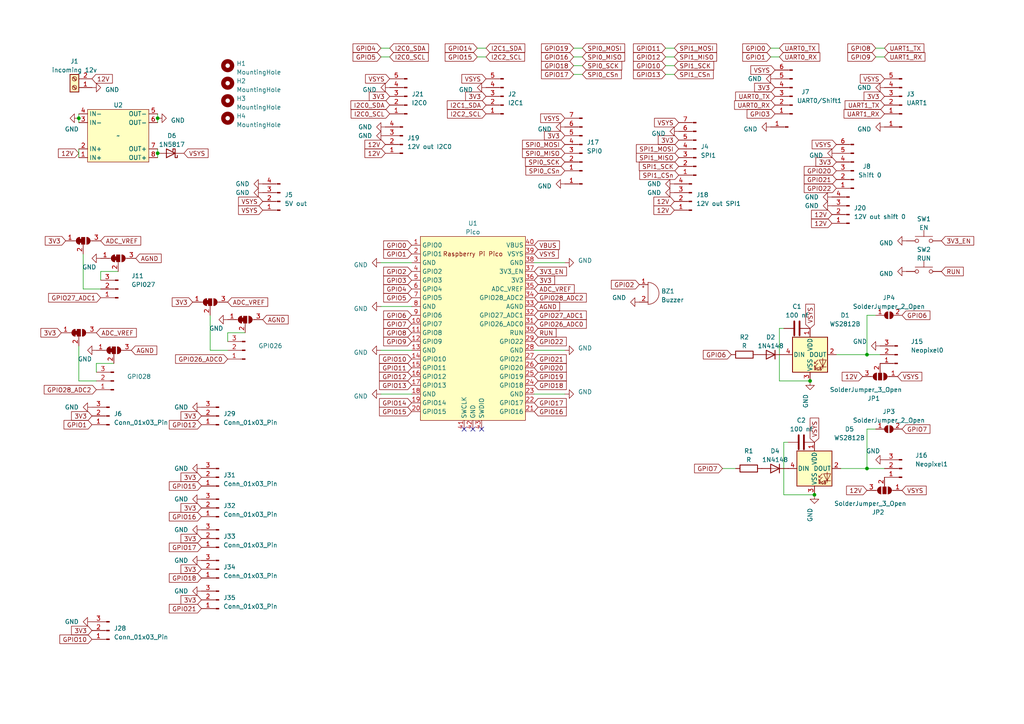
<source format=kicad_sch>
(kicad_sch (version 20230121) (generator eeschema)
  (paper "A4")
  (junction (at 236.22 143.51))
  (junction (at 234.95 110.49))
  (junction (at 251.46 102.87))
  (junction (at 45.72 34.29))
  (junction (at 251.46 135.89))
  (junction (at 22.86 34.29))
  (junction (at 45.72 44.45))
  (no_connect (at 139.7 124.46))
  (no_connect (at 134.62 124.46))
  (no_connect (at 137.16 124.46))
  (wire (pts (xy 66.04 96.52) (xy 71.12 96.52)))
  (wire (pts (xy 254 91.44) (xy 251.46 91.44)))
  (wire (pts (xy 45.72 33.02) (xy 45.72 34.29)))
  (wire (pts (xy 251.46 91.44) (xy 251.46 102.87)))
  (wire (pts (xy 110.49 76.2) (xy 119.38 76.2)))
  (wire (pts (xy 66.04 101.6) (xy 60.96 101.6)))
  (wire (pts (xy 29.21 83.82) (xy 24.13 83.82)))
  (wire (pts (xy 27.94 105.41) (xy 33.02 105.41)))
  (wire (pts (xy 251.46 135.89) (xy 256.54 135.89)))
  (wire (pts (xy 110.49 16.51) (xy 113.03 16.51)))
  (wire (pts (xy 193.04 21.59) (xy 195.58 21.59)))
  (wire (pts (xy 110.49 101.6) (xy 119.38 101.6)))
  (wire (pts (xy 193.04 19.05) (xy 195.58 19.05)))
  (wire (pts (xy 166.37 13.97) (xy 168.91 13.97)))
  (wire (pts (xy 22.86 43.18) (xy 22.86 45.72)))
  (wire (pts (xy 254 124.46) (xy 251.46 124.46)))
  (wire (pts (xy 227.33 128.27) (xy 227.33 143.51)))
  (wire (pts (xy 227.33 95.25) (xy 226.06 95.25)))
  (wire (pts (xy 24.13 83.82) (xy 24.13 73.66)))
  (wire (pts (xy 22.86 34.29) (xy 22.86 35.56)))
  (wire (pts (xy 166.37 16.51) (xy 168.91 16.51)))
  (wire (pts (xy 226.06 95.25) (xy 226.06 110.49)))
  (wire (pts (xy 223.52 16.51) (xy 226.06 16.51)))
  (wire (pts (xy 66.04 99.06) (xy 66.04 96.52)))
  (wire (pts (xy 110.49 13.97) (xy 113.03 13.97)))
  (wire (pts (xy 223.52 13.97) (xy 226.06 13.97)))
  (wire (pts (xy 45.72 43.18) (xy 45.72 44.45)))
  (wire (pts (xy 251.46 124.46) (xy 251.46 135.89)))
  (wire (pts (xy 163.83 76.2) (xy 154.94 76.2)))
  (wire (pts (xy 29.21 78.74) (xy 34.29 78.74)))
  (wire (pts (xy 60.96 101.6) (xy 60.96 91.44)))
  (wire (pts (xy 166.37 21.59) (xy 168.91 21.59)))
  (wire (pts (xy 254 13.97) (xy 256.54 13.97)))
  (wire (pts (xy 243.84 135.89) (xy 251.46 135.89)))
  (wire (pts (xy 110.49 88.9) (xy 119.38 88.9)))
  (wire (pts (xy 27.94 107.95) (xy 27.94 105.41)))
  (wire (pts (xy 22.86 33.02) (xy 22.86 34.29)))
  (wire (pts (xy 154.94 101.6) (xy 163.83 101.6)))
  (wire (pts (xy 22.86 110.49) (xy 22.86 100.33)))
  (wire (pts (xy 138.43 16.51) (xy 140.97 16.51)))
  (wire (pts (xy 27.94 110.49) (xy 22.86 110.49)))
  (wire (pts (xy 226.06 110.49) (xy 234.95 110.49)))
  (wire (pts (xy 227.33 143.51) (xy 236.22 143.51)))
  (wire (pts (xy 45.72 44.45) (xy 45.72 45.72)))
  (wire (pts (xy 163.83 114.3) (xy 154.94 114.3)))
  (wire (pts (xy 29.21 81.28) (xy 29.21 78.74)))
  (wire (pts (xy 193.04 13.97) (xy 195.58 13.97)))
  (wire (pts (xy 254 16.51) (xy 256.54 16.51)))
  (wire (pts (xy 228.6 128.27) (xy 227.33 128.27)))
  (wire (pts (xy 209.55 135.89) (xy 213.36 135.89)))
  (wire (pts (xy 138.43 13.97) (xy 140.97 13.97)))
  (wire (pts (xy 193.04 16.51) (xy 195.58 16.51)))
  (wire (pts (xy 242.57 102.87) (xy 251.46 102.87)))
  (wire (pts (xy 45.72 34.29) (xy 45.72 35.56)))
  (wire (pts (xy 110.49 114.3) (xy 119.38 114.3)))
  (wire (pts (xy 166.37 19.05) (xy 168.91 19.05)))
  (wire (pts (xy 251.46 102.87) (xy 255.27 102.87)))
  (global_label "ADC_VREF" (shape input) (at 66.04 87.63 0) (property "Intersheetrefs" "${INTERSHEET_REFS}" (effects hide)))
  (global_label "GPIO6" (shape input) (at 212.09 102.87 180) (property "Intersheetrefs" "${INTERSHEET_REFS}" (effects hide)))
  (global_label "GPIO27_ADC1" (shape input) (at 154.94 91.44 0) (property "Intersheetrefs" "${INTERSHEET_REFS}" (effects hide)))
  (global_label "GPIO0" (shape input) (at 223.52 13.97 180) (property "Intersheetrefs" "${INTERSHEET_REFS}" (effects hide)))
  (global_label "GPIO20" (shape input) (at 242.57 49.53 180) (property "Intersheetrefs" "${INTERSHEET_REFS}" (effects hide)))
  (global_label "GPIO8" (shape input) (at 119.38 96.52 180) (property "Intersheetrefs" "${INTERSHEET_REFS}" (effects hide)))
  (global_label "GPIO18" (shape input) (at 154.94 111.76 0) (property "Intersheetrefs" "${INTERSHEET_REFS}" (effects hide)))
  (global_label "3V3" (shape input) (at 196.85 40.64 180) (property "Intersheetrefs" "${INTERSHEET_REFS}" (effects hide)))
  (global_label "12V" (shape input) (at 241.3 62.23 180) (property "Intersheetrefs" "${INTERSHEET_REFS}" (effects hide)))
  (global_label "UART0_RX" (shape input) (at 224.79 30.48 180) (property "Intersheetrefs" "${INTERSHEET_REFS}" (effects hide)))
  (global_label "GPIO10" (shape input) (at 193.04 19.05 180) (property "Intersheetrefs" "${INTERSHEET_REFS}" (effects hide)))
  (global_label "SPI0_SCK" (shape input) (at 163.83 46.99 180) (property "Intersheetrefs" "${INTERSHEET_REFS}" (effects hide)))
  (global_label "VBUS" (shape input) (at 154.94 71.12 0) (property "Intersheetrefs" "${INTERSHEET_REFS}" (effects hide)))
  (global_label "VSYS" (shape input) (at 256.54 22.86 180) (property "Intersheetrefs" "${INTERSHEET_REFS}" (effects hide)))
  (global_label "GPIO8" (shape input) (at 254 13.97 180) (property "Intersheetrefs" "${INTERSHEET_REFS}" (effects hide)))
  (global_label "SPI0_MISO" (shape input) (at 168.91 16.51 0) (property "Intersheetrefs" "${INTERSHEET_REFS}" (effects hide)))
  (global_label "GPIO16" (shape input) (at 154.94 119.38 0) (property "Intersheetrefs" "${INTERSHEET_REFS}" (effects hide)))
  (global_label "VSYS" (shape input) (at 196.85 35.56 180) (property "Intersheetrefs" "${INTERSHEET_REFS}" (effects hide)))
  (global_label "3V3" (shape input) (at 26.67 182.88 180) (property "Intersheetrefs" "${INTERSHEET_REFS}" (effects hide)))
  (global_label "GPIO7" (shape input) (at 119.38 93.98 180) (property "Intersheetrefs" "${INTERSHEET_REFS}" (effects hide)))
  (global_label "I2C2_SCL" (shape input) (at 140.97 16.51 0) (property "Intersheetrefs" "${INTERSHEET_REFS}" (effects hide)))
  (global_label "VSYS" (shape input) (at 242.57 41.91 180) (property "Intersheetrefs" "${INTERSHEET_REFS}" (effects hide)))
  (global_label "UART0_RX" (shape input) (at 226.06 16.51 0) (property "Intersheetrefs" "${INTERSHEET_REFS}" (effects hide)))
  (global_label "ADC_VREF" (shape input) (at 27.94 96.52 0) (property "Intersheetrefs" "${INTERSHEET_REFS}" (effects hide)))
  (global_label "3V3" (shape input) (at 58.42 156.21 180) (property "Intersheetrefs" "${INTERSHEET_REFS}" (effects hide)))
  (global_label "SPI1_CSn" (shape input) (at 196.85 50.8 180) (property "Intersheetrefs" "${INTERSHEET_REFS}" (effects hide)))
  (global_label "GPIO9" (shape input) (at 119.38 99.06 180) (property "Intersheetrefs" "${INTERSHEET_REFS}" (effects hide)))
  (global_label "3V3" (shape input) (at 140.97 27.94 180) (property "Intersheetrefs" "${INTERSHEET_REFS}" (effects hide)))
  (global_label "AGND" (shape input) (at 76.2 92.71 0) (property "Intersheetrefs" "${INTERSHEET_REFS}" (effects hide)))
  (global_label "GPIO6" (shape input) (at 119.38 91.44 180) (property "Intersheetrefs" "${INTERSHEET_REFS}" (effects hide)))
  (global_label "VSYS" (shape input) (at 163.83 34.29 180) (property "Intersheetrefs" "${INTERSHEET_REFS}" (effects hide)))
  (global_label "3V3" (shape input) (at 256.54 27.94 180) (property "Intersheetrefs" "${INTERSHEET_REFS}" (effects hide)))
  (global_label "VSYS" (shape input) (at 260.35 109.22 0) (property "Intersheetrefs" "${INTERSHEET_REFS}" (effects hide)))
  (global_label "GPIO4" (shape input) (at 119.38 83.82 180) (property "Intersheetrefs" "${INTERSHEET_REFS}" (effects hide)))
  (global_label "SPI1_MOSI" (shape input) (at 195.58 13.97 0) (property "Intersheetrefs" "${INTERSHEET_REFS}" (effects hide)))
  (global_label "GPIO22" (shape input) (at 242.57 54.61 180) (property "Intersheetrefs" "${INTERSHEET_REFS}" (effects hide)))
  (global_label "VSYS" (shape input) (at 236.22 128.27 90) (property "Intersheetrefs" "${INTERSHEET_REFS}" (effects hide)))
  (global_label "GPIO18" (shape input) (at 58.42 167.64 180) (property "Intersheetrefs" "${INTERSHEET_REFS}" (effects hide)))
  (global_label "3V3" (shape input) (at 58.42 147.32 180) (property "Intersheetrefs" "${INTERSHEET_REFS}" (effects hide)))
  (global_label "GPIO26_ADC0" (shape input) (at 66.04 104.14 180) (property "Intersheetrefs" "${INTERSHEET_REFS}" (effects hide)))
  (global_label "12V" (shape input) (at 22.86 44.45 180) (property "Intersheetrefs" "${INTERSHEET_REFS}" (effects hide)))
  (global_label "GPIO17" (shape input) (at 166.37 21.59 180) (property "Intersheetrefs" "${INTERSHEET_REFS}" (effects hide)))
  (global_label "3V3" (shape input) (at 224.79 25.4 180) (property "Intersheetrefs" "${INTERSHEET_REFS}" (effects hide)))
  (global_label "12V" (shape input) (at 195.58 60.96 180) (property "Intersheetrefs" "${INTERSHEET_REFS}" (effects hide)))
  (global_label "3V3_EN" (shape input) (at 154.94 78.74 0) (property "Intersheetrefs" "${INTERSHEET_REFS}" (effects hide)))
  (global_label "GPIO15" (shape input) (at 138.43 16.51 180) (property "Intersheetrefs" "${INTERSHEET_REFS}" (effects hide)))
  (global_label "12V" (shape input) (at 26.67 22.86 0) (property "Intersheetrefs" "${INTERSHEET_REFS}" (effects hide)))
  (global_label "GPIO16" (shape input) (at 58.42 149.86 180) (property "Intersheetrefs" "${INTERSHEET_REFS}" (effects hide)))
  (global_label "VSYS" (shape input) (at 261.62 142.24 0) (property "Intersheetrefs" "${INTERSHEET_REFS}" (effects hide)))
  (global_label "GPIO2" (shape input) (at 119.38 78.74 180) (property "Intersheetrefs" "${INTERSHEET_REFS}" (effects hide)))
  (global_label "GPIO14" (shape input) (at 138.43 13.97 180) (property "Intersheetrefs" "${INTERSHEET_REFS}" (effects hide)))
  (global_label "3V3" (shape input) (at 163.83 39.37 180) (property "Intersheetrefs" "${INTERSHEET_REFS}" (effects hide)))
  (global_label "12V" (shape input) (at 111.76 44.45 180) (property "Intersheetrefs" "${INTERSHEET_REFS}" (effects hide)))
  (global_label "VSYS" (shape input) (at 76.2 58.42 180) (property "Intersheetrefs" "${INTERSHEET_REFS}" (effects hide)))
  (global_label "3V3" (shape input) (at 26.67 120.65 180) (property "Intersheetrefs" "${INTERSHEET_REFS}" (effects hide)))
  (global_label "GPIO21" (shape input) (at 58.42 176.53 180) (property "Intersheetrefs" "${INTERSHEET_REFS}" (effects hide)))
  (global_label "12V" (shape input) (at 111.76 41.91 180) (property "Intersheetrefs" "${INTERSHEET_REFS}" (effects hide)))
  (global_label "I2C0_SDA" (shape input) (at 113.03 13.97 0) (property "Intersheetrefs" "${INTERSHEET_REFS}" (effects hide)))
  (global_label "GPIO26_ADC0" (shape input) (at 154.94 93.98 0) (property "Intersheetrefs" "${INTERSHEET_REFS}" (effects hide)))
  (global_label "GPIO18" (shape input) (at 166.37 19.05 180) (property "Intersheetrefs" "${INTERSHEET_REFS}" (effects hide)))
  (global_label "RUN" (shape input) (at 154.94 96.52 0) (property "Intersheetrefs" "${INTERSHEET_REFS}" (effects hide)))
  (global_label "GPIO1" (shape input) (at 223.52 16.51 180) (property "Intersheetrefs" "${INTERSHEET_REFS}" (effects hide)))
  (global_label "3V3" (shape input) (at 58.42 165.1 180) (property "Intersheetrefs" "${INTERSHEET_REFS}" (effects hide)))
  (global_label "UART1_TX" (shape input) (at 256.54 30.48 180) (property "Intersheetrefs" "${INTERSHEET_REFS}" (effects hide)))
  (global_label "VSYS" (shape input) (at 234.95 95.25 90) (property "Intersheetrefs" "${INTERSHEET_REFS}" (effects hide)))
  (global_label "GPIO15" (shape input) (at 119.38 119.38 180) (property "Intersheetrefs" "${INTERSHEET_REFS}" (effects hide)))
  (global_label "SPI0_SCK" (shape input) (at 168.91 19.05 0) (property "Intersheetrefs" "${INTERSHEET_REFS}" (effects hide)))
  (global_label "GPIO10" (shape input) (at 119.38 104.14 180) (property "Intersheetrefs" "${INTERSHEET_REFS}" (effects hide)))
  (global_label "GPIO13" (shape input) (at 193.04 21.59 180) (property "Intersheetrefs" "${INTERSHEET_REFS}" (effects hide)))
  (global_label "GPIO6" (shape input) (at 261.62 91.44 0) (property "Intersheetrefs" "${INTERSHEET_REFS}" (effects hide)))
  (global_label "GPIO10" (shape input) (at 26.67 185.42 180) (property "Intersheetrefs" "${INTERSHEET_REFS}" (effects hide)))
  (global_label "GPIO19" (shape input) (at 154.94 109.22 0) (property "Intersheetrefs" "${INTERSHEET_REFS}" (effects hide)))
  (global_label "12V" (shape input) (at 195.58 58.42 180) (property "Intersheetrefs" "${INTERSHEET_REFS}" (effects hide)))
  (global_label "3V3_EN" (shape input) (at 273.05 69.85 0) (property "Intersheetrefs" "${INTERSHEET_REFS}" (effects hide)))
  (global_label "GPIO19" (shape input) (at 166.37 13.97 180) (property "Intersheetrefs" "${INTERSHEET_REFS}" (effects hide)))
  (global_label "RUN" (shape input) (at 273.05 78.74 0) (property "Intersheetrefs" "${INTERSHEET_REFS}" (effects hide)))
  (global_label "SPI1_CSn" (shape input) (at 195.58 21.59 0) (property "Intersheetrefs" "${INTERSHEET_REFS}" (effects hide)))
  (global_label "GPIO17" (shape input) (at 58.42 158.75 180) (property "Intersheetrefs" "${INTERSHEET_REFS}" (effects hide)))
  (global_label "3V3" (shape input) (at 58.42 138.43 180) (property "Intersheetrefs" "${INTERSHEET_REFS}" (effects hide)))
  (global_label "GPIO21" (shape input) (at 242.57 52.07 180) (property "Intersheetrefs" "${INTERSHEET_REFS}" (effects hide)))
  (global_label "ADC_VREF" (shape input) (at 154.94 83.82 0) (property "Intersheetrefs" "${INTERSHEET_REFS}" (effects hide)))
  (global_label "12V" (shape input) (at 251.46 142.24 180) (property "Intersheetrefs" "${INTERSHEET_REFS}" (effects hide)))
  (global_label "3V3" (shape input) (at 242.57 46.99 180) (property "Intersheetrefs" "${INTERSHEET_REFS}" (effects hide)))
  (global_label "GPIO12" (shape input) (at 193.04 16.51 180) (property "Intersheetrefs" "${INTERSHEET_REFS}" (effects hide)))
  (global_label "GPIO12" (shape input) (at 58.42 123.19 180) (property "Intersheetrefs" "${INTERSHEET_REFS}" (effects hide)))
  (global_label "GPIO1" (shape input) (at 26.67 123.19 180) (property "Intersheetrefs" "${INTERSHEET_REFS}" (effects hide)))
  (global_label "I2C1_SDA" (shape input) (at 140.97 30.48 180) (property "Intersheetrefs" "${INTERSHEET_REFS}" (effects hide)))
  (global_label "SPI0_MOSI" (shape input) (at 168.91 13.97 0) (property "Intersheetrefs" "${INTERSHEET_REFS}" (effects hide)))
  (global_label "3V3" (shape input) (at 154.94 81.28 0) (property "Intersheetrefs" "${INTERSHEET_REFS}" (effects hide)))
  (global_label "GPIO7" (shape input) (at 209.55 135.89 180) (property "Intersheetrefs" "${INTERSHEET_REFS}" (effects hide)))
  (global_label "I2C2_SCL" (shape input) (at 140.97 33.02 180) (property "Intersheetrefs" "${INTERSHEET_REFS}" (effects hide)))
  (global_label "3V3" (shape input) (at 55.88 87.63 180) (property "Intersheetrefs" "${INTERSHEET_REFS}" (effects hide)))
  (global_label "GPIO9" (shape input) (at 254 16.51 180) (property "Intersheetrefs" "${INTERSHEET_REFS}" (effects hide)))
  (global_label "UART1_RX" (shape input) (at 256.54 16.51 0) (property "Intersheetrefs" "${INTERSHEET_REFS}" (effects hide)))
  (global_label "VSYS" (shape input) (at 154.94 73.66 0) (property "Intersheetrefs" "${INTERSHEET_REFS}" (effects hide)))
  (global_label "GPIO0" (shape input) (at 119.38 71.12 180) (property "Intersheetrefs" "${INTERSHEET_REFS}" (effects hide)))
  (global_label "GPIO17" (shape input) (at 154.94 116.84 0) (property "Intersheetrefs" "${INTERSHEET_REFS}" (effects hide)))
  (global_label "SPI0_MOSI" (shape input) (at 163.83 41.91 180) (property "Intersheetrefs" "${INTERSHEET_REFS}" (effects hide)))
  (global_label "3V3" (shape input) (at 113.03 27.94 180) (property "Intersheetrefs" "${INTERSHEET_REFS}" (effects hide)))
  (global_label "GPIO5" (shape input) (at 110.49 16.51 180) (property "Intersheetrefs" "${INTERSHEET_REFS}" (effects hide)))
  (global_label "3V3" (shape input) (at 17.78 96.52 180) (property "Intersheetrefs" "${INTERSHEET_REFS}" (effects hide)))
  (global_label "I2C0_SCL" (shape input) (at 113.03 33.02 180) (property "Intersheetrefs" "${INTERSHEET_REFS}" (effects hide)))
  (global_label "VSYS" (shape input) (at 53.34 44.45 0) (property "Intersheetrefs" "${INTERSHEET_REFS}" (effects hide)))
  (global_label "GPIO21" (shape input) (at 154.94 104.14 0) (property "Intersheetrefs" "${INTERSHEET_REFS}" (effects hide)))
  (global_label "GPIO2" (shape input) (at 185.42 82.55 180) (property "Intersheetrefs" "${INTERSHEET_REFS}" (effects hide)))
  (global_label "GPIO3" (shape input) (at 119.38 81.28 180) (property "Intersheetrefs" "${INTERSHEET_REFS}" (effects hide)))
  (global_label "I2C0_SCL" (shape input) (at 113.03 16.51 0) (property "Intersheetrefs" "${INTERSHEET_REFS}" (effects hide)))
  (global_label "GPIO4" (shape input) (at 110.49 13.97 180) (property "Intersheetrefs" "${INTERSHEET_REFS}" (effects hide)))
  (global_label "UART0_TX" (shape input) (at 224.79 27.94 180) (property "Intersheetrefs" "${INTERSHEET_REFS}" (effects hide)))
  (global_label "UART1_TX" (shape input) (at 256.54 13.97 0) (property "Intersheetrefs" "${INTERSHEET_REFS}" (effects hide)))
  (global_label "GPIO20" (shape input) (at 154.94 106.68 0) (property "Intersheetrefs" "${INTERSHEET_REFS}" (effects hide)))
  (global_label "GPIO13" (shape input) (at 119.38 111.76 180) (property "Intersheetrefs" "${INTERSHEET_REFS}" (effects hide)))
  (global_label "GPIO7" (shape input) (at 261.62 124.46 0) (property "Intersheetrefs" "${INTERSHEET_REFS}" (effects hide)))
  (global_label "SPI1_SCK" (shape input) (at 196.85 48.26 180) (property "Intersheetrefs" "${INTERSHEET_REFS}" (effects hide)))
  (global_label "GPIO3" (shape input) (at 224.79 33.02 180) (property "Intersheetrefs" "${INTERSHEET_REFS}" (effects hide)))
  (global_label "UART1_RX" (shape input) (at 256.54 33.02 180) (property "Intersheetrefs" "${INTERSHEET_REFS}" (effects hide)))
  (global_label "GPIO16" (shape input) (at 166.37 16.51 180) (property "Intersheetrefs" "${INTERSHEET_REFS}" (effects hide)))
  (global_label "AGND" (shape input) (at 39.37 74.93 0) (property "Intersheetrefs" "${INTERSHEET_REFS}" (effects hide)))
  (global_label "UART0_TX" (shape input) (at 226.06 13.97 0) (property "Intersheetrefs" "${INTERSHEET_REFS}" (effects hide)))
  (global_label "SPI0_MISO" (shape input) (at 163.83 44.45 180) (property "Intersheetrefs" "${INTERSHEET_REFS}" (effects hide)))
  (global_label "AGND" (shape input) (at 154.94 88.9 0) (property "Intersheetrefs" "${INTERSHEET_REFS}" (effects hide)))
  (global_label "GPIO12" (shape input) (at 119.38 109.22 180) (property "Intersheetrefs" "${INTERSHEET_REFS}" (effects hide)))
  (global_label "GPIO27_ADC1" (shape input) (at 29.21 86.36 180) (property "Intersheetrefs" "${INTERSHEET_REFS}" (effects hide)))
  (global_label "GPIO28_ADC2" (shape input) (at 27.94 113.03 180) (property "Intersheetrefs" "${INTERSHEET_REFS}" (effects hide)))
  (global_label "12V" (shape input) (at 250.19 109.22 180) (property "Intersheetrefs" "${INTERSHEET_REFS}" (effects hide)))
  (global_label "I2C1_SDA" (shape input) (at 140.97 13.97 0) (property "Intersheetrefs" "${INTERSHEET_REFS}" (effects hide)))
  (global_label "GPIO22" (shape input) (at 154.94 99.06 0) (property "Intersheetrefs" "${INTERSHEET_REFS}" (effects hide)))
  (global_label "3V3" (shape input) (at 58.42 173.99 180) (property "Intersheetrefs" "${INTERSHEET_REFS}" (effects hide)))
  (global_label "GPIO1" (shape input) (at 119.38 73.66 180) (property "Intersheetrefs" "${INTERSHEET_REFS}" (effects hide)))
  (global_label "SPI0_CSn" (shape input) (at 163.83 49.53 180) (property "Intersheetrefs" "${INTERSHEET_REFS}" (effects hide)))
  (global_label "GPIO5" (shape input) (at 119.38 86.36 180) (property "Intersheetrefs" "${INTERSHEET_REFS}" (effects hide)))
  (global_label "GPIO15" (shape input) (at 58.42 140.97 180) (property "Intersheetrefs" "${INTERSHEET_REFS}" (effects hide)))
  (global_label "AGND" (shape input) (at 38.1 101.6 0) (property "Intersheetrefs" "${INTERSHEET_REFS}" (effects hide)))
  (global_label "3V3" (shape input) (at 19.05 69.85 180) (property "Intersheetrefs" "${INTERSHEET_REFS}" (effects hide)))
  (global_label "SPI1_SCK" (shape input) (at 195.58 19.05 0) (property "Intersheetrefs" "${INTERSHEET_REFS}" (effects hide)))
  (global_label "VSYS" (shape input) (at 224.79 20.32 180) (property "Intersheetrefs" "${INTERSHEET_REFS}" (effects hide)))
  (global_label "GPIO11" (shape input) (at 193.04 13.97 180) (property "Intersheetrefs" "${INTERSHEET_REFS}" (effects hide)))
  (global_label "3V3" (shape input) (at 58.42 120.65 180) (property "Intersheetrefs" "${INTERSHEET_REFS}" (effects hide)))
  (global_label "VSYS" (shape input) (at 113.03 22.86 180) (property "Intersheetrefs" "${INTERSHEET_REFS}" (effects hide)))
  (global_label "12V" (shape input) (at 241.3 64.77 180) (property "Intersheetrefs" "${INTERSHEET_REFS}" (effects hide)))
  (global_label "I2C0_SDA" (shape input) (at 113.03 30.48 180) (property "Intersheetrefs" "${INTERSHEET_REFS}" (effects hide)))
  (global_label "SPI1_MISO" (shape input) (at 195.58 16.51 0) (property "Intersheetrefs" "${INTERSHEET_REFS}" (effects hide)))
  (global_label "GPIO28_ADC2" (shape input) (at 154.94 86.36 0) (property "Intersheetrefs" "${INTERSHEET_REFS}" (effects hide)))
  (global_label "SPI1_MISO" (shape input) (at 196.85 45.72 180) (property "Intersheetrefs" "${INTERSHEET_REFS}" (effects hide)))
  (global_label "GPIO14" (shape input) (at 119.38 116.84 180) (property "Intersheetrefs" "${INTERSHEET_REFS}" (effects hide)))
  (global_label "SPI0_CSn" (shape input) (at 168.91 21.59 0) (property "Intersheetrefs" "${INTERSHEET_REFS}" (effects hide)))
  (global_label "VSYS" (shape input) (at 140.97 22.86 180) (property "Intersheetrefs" "${INTERSHEET_REFS}" (effects hide)))
  (global_label "SPI1_MOSI" (shape input) (at 196.85 43.18 180) (property "Intersheetrefs" "${INTERSHEET_REFS}" (effects hide)))
  (global_label "ADC_VREF" (shape input) (at 29.21 69.85 0) (property "Intersheetrefs" "${INTERSHEET_REFS}" (effects hide)))
  (global_label "GPIO11" (shape input) (at 119.38 106.68 180) (property "Intersheetrefs" "${INTERSHEET_REFS}" (effects hide)))
  (global_label "VSYS" (shape input) (at 76.2 60.96 180) (property "Intersheetrefs" "${INTERSHEET_REFS}" (effects hide)))
  (symbol (lib_id "Connector:Conn_01x03_Pin") (at 63.5 120.65 180) (unit 1)
    (property "Reference" "J29" (at 64.77 120.015 0) (effects (justify right)))
    (property "Value" "Conn_01x03_Pin" (at 64.77 122.555 0) (effects (justify right)))
    (property "Footprint" "Connector_Molex:Molex_KK-254_AE-6410-03A_1x03_P2.54mm_Vertical" (effects hide))
  )
  (symbol (lib_id "power:GND") (at 256.54 133.35 270) (unit 1)
    (property "Reference" "#PWR026" (effects hide))
    (property "Value" "GND" (at 255.27 130.81 90) (effects (justify right)))
  )
  (symbol (lib_id "Connector:Conn_01x05_Pin") (at 146.05 27.94 180) (unit 1)
    (property "Reference" "J2" (at 147.32 27.305 0) (effects (justify right)))
    (property "Value" "I2C1" (at 147.32 29.845 0) (effects (justify right)))
    (property "Footprint" "Connector_Molex:Molex_KK-254_AE-6410-05A_1x05_P2.54mm_Vertical" (effects hide))
  )
  (symbol (lib_id "power:GND") (at 224.79 22.86 270) (unit 1)
    (property "Reference" "#PWR028" (effects hide))
    (property "Value" "GND" (at 220.98 22.86 90) (effects (justify right)))
  )
  (symbol (lib_id "Connector:Conn_01x04_Pin") (at 246.38 62.23 180) (unit 1)
    (property "Reference" "J20" (at 247.65 60.325 0) (effects (justify right)))
    (property "Value" "12V out shift 0" (at 247.65 62.865 0) (effects (justify right)))
    (property "Footprint" "Connector_Molex:Molex_KK-254_AE-6410-04A_1x04_P2.54mm_Vertical" (effects hide))
  )
  (symbol (lib_id "power:GND") (at 58.42 118.11 270) (unit 1)
    (property "Reference" "#PWR044" (effects hide))
    (property "Value" "GND" (at 54.61 118.11 90) (effects (justify right)))
  )
  (symbol (lib_id "power:GND") (at 22.86 34.29 270) (unit 1)
    (property "Reference" "#PWR011" (effects hide))
    (property "Value" "GND" (at 22.86 37.465 90) (effects (justify right)))
  )
  (symbol (lib_id "Connector:Conn_01x05_Pin") (at 261.62 27.94 180) (unit 1)
    (property "Reference" "J3" (at 262.89 27.305 0) (effects (justify right)))
    (property "Value" "UART1" (at 262.89 29.845 0) (effects (justify right)))
    (property "Footprint" "Connector_Molex:Molex_KK-254_AE-6410-05A_1x05_P2.54mm_Vertical" (effects hide))
  )
  (symbol (lib_id "power:GND") (at 241.3 59.69 270) (unit 1)
    (property "Reference" "#PWR017" (effects hide))
    (property "Value" "GND" (at 237.49 59.69 90) (effects (justify right)))
  )
  (symbol (lib_id "power:GND") (at 111.76 36.83 270) (unit 1)
    (property "Reference" "#PWR032" (effects hide))
    (property "Value" "GND" (at 107.95 36.83 90) (effects (justify right)))
  )
  (symbol (lib_id "power:GND") (at 29.21 74.93 270) (unit 1)
    (property "Reference" "#PWR021" (effects hide))
    (property "Value" "GND" (at 27.94 77.47 90) (effects (justify right)))
  )
  (symbol (lib_id "Connector:Conn_01x05_Pin") (at 118.11 27.94 180) (unit 1)
    (property "Reference" "J21" (at 119.38 27.305 0) (effects (justify right)))
    (property "Value" "I2C0" (at 119.38 29.845 0) (effects (justify right)))
    (property "Footprint" "Connector_Molex:Molex_KK-254_AE-6410-05A_1x05_P2.54mm_Vertical" (effects hide))
  )
  (symbol (lib_id "Device:R") (at 215.9 102.87 90) (unit 1)
    (property "Reference" "R2" (at 215.9 97.79 90))
    (property "Value" "R" (at 215.9 100.33 90))
    (property "Footprint" "Resistor_THT:R_Axial_DIN0204_L3.6mm_D1.6mm_P7.62mm_Horizontal" (effects hide))
  )
  (symbol (lib_id "power:GND") (at 110.49 88.9 270) (unit 1)
    (property "Reference" "#PWR03" (effects hide))
    (property "Value" "GND" (at 106.68 89.535 90) (effects (justify right)))
  )
  (symbol (lib_id "power:GND") (at 163.83 101.6 90) (unit 1)
    (property "Reference" "#PWR06" (effects hide))
    (property "Value" "GND" (at 167.64 100.965 90) (effects (justify right)))
  )
  (symbol (lib_id "Device:Buzzer") (at 187.96 85.09 0) (unit 1)
    (property "Reference" "BZ1" (at 191.77 84.455 0) (effects (justify left)))
    (property "Value" "Buzzer" (at 191.77 86.995 0) (effects (justify left)))
    (property "Footprint" "Buzzer_Beeper:Buzzer_12x9.5RM7.6" (effects hide))
  )
  (symbol (lib_id "power:GND") (at 262.89 78.74 270) (unit 1)
    (property "Reference" "#PWR010" (effects hide))
    (property "Value" "GND" (at 259.08 79.375 90) (effects (justify right)))
  )
  (symbol (lib_id "power:GND") (at 196.85 38.1 270) (unit 1)
    (property "Reference" "#PWR016" (effects hide))
    (property "Value" "GND" (at 193.04 38.735 90) (effects (justify right)))
  )
  (symbol (lib_id "Jumper:SolderJumper_3_Bridged12") (at 34.29 74.93 0) (unit 1)
    (property "Reference" "JP5" (effects hide))
    (property "Value" "SolderJumper_3_Bridged12" (effects hide))
    (property "Footprint" "Jumper:SolderJumper-3_P1.3mm_Bridged12_RoundedPad1.0x1.5mm" (effects hide))
  )
  (symbol (lib_id "power:GND") (at 58.42 153.67 270) (unit 1)
    (property "Reference" "#PWR048" (effects hide))
    (property "Value" "GND" (at 54.61 153.67 90) (effects (justify right)))
  )
  (symbol (lib_id "Connector:Conn_01x04_Pin") (at 81.28 58.42 180) (unit 1)
    (property "Reference" "J5" (at 82.55 56.515 0) (effects (justify right)))
    (property "Value" "5V out" (at 82.55 59.055 0) (effects (justify right)))
    (property "Footprint" "Connector_Molex:Molex_KK-254_AE-6410-04A_1x04_P2.54mm_Vertical" (effects hide))
  )
  (symbol (lib_id "Connector:Conn_01x03_Pin") (at 63.5 173.99 180) (unit 1)
    (property "Reference" "J35" (at 64.77 173.355 0) (effects (justify right)))
    (property "Value" "Conn_01x03_Pin" (at 64.77 175.895 0) (effects (justify right)))
    (property "Footprint" "Connector_Molex:Molex_KK-254_AE-6410-03A_1x03_P2.54mm_Vertical" (effects hide))
  )
  (symbol (lib_id "power:GND") (at 27.94 101.6 270) (unit 1)
    (property "Reference" "#PWR020" (effects hide))
    (property "Value" "GND" (at 26.67 104.14 90) (effects (justify right)))
  )
  (symbol (lib_id "power:GND") (at 76.2 53.34 270) (unit 1)
    (property "Reference" "#PWR015" (effects hide))
    (property "Value" "GND" (at 72.39 53.34 90) (effects (justify right)))
  )
  (symbol (lib_id "Jumper:SolderJumper_3_Open") (at 256.54 142.24 180) (unit 1)
    (property "Reference" "JP2" (at 256.54 148.59 0) (effects (justify left)))
    (property "Value" "SolderJumper_3_Open" (at 262.89 146.05 0) (effects (justify left)))
    (property "Footprint" "Custom:3 pads" (effects hide))
  )
  (symbol (lib_id "power:GND") (at 26.67 180.34 270) (unit 1)
    (property "Reference" "#PWR043" (effects hide))
    (property "Value" "GND" (at 22.86 180.34 90) (effects (justify right)))
  )
  (symbol (lib_id "power:GND") (at 45.72 34.29 90) (unit 1)
    (property "Reference" "#PWR01" (effects hide))
    (property "Value" "GND" (at 49.53 34.925 90) (effects (justify right)))
  )
  (symbol (lib_id "Diode:1N4148") (at 224.79 135.89 180) (unit 1)
    (property "Reference" "D4" (at 224.79 130.81 0))
    (property "Value" "1N4148" (at 224.79 133.35 0))
    (property "Footprint" "Diode_THT:D_DO-35_SOD27_P7.62mm_Horizontal" (effects hide))
    (property "Datasheet" "https://assets.nexperia.com/documents/data-sheet/1N4148_1N4448.pdf" (effects hide))
    (property "Sim.Device" "D" (effects hide))
    (property "Sim.Pins" "1=K 2=A" (effects hide))
  )
  (symbol (lib_id "Mechanical:MountingHole") (at 66.04 19.05 0) (unit 1)
    (property "Reference" "H1" (at 68.58 18.415 0) (effects (justify left)))
    (property "Value" "MountingHole" (at 68.58 20.955 0) (effects (justify left)))
    (property "Footprint" "MountingHole:MountingHole_3.2mm_M3" (effects hide))
  )
  (symbol (lib_id "power:GND") (at 66.04 92.71 270) (unit 1)
    (property "Reference" "#PWR022" (effects hide))
    (property "Value" "GND" (at 64.77 95.25 90) (effects (justify right)))
  )
  (symbol (lib_id "Connector:Conn_01x03_Pin") (at 31.75 120.65 180) (unit 1)
    (property "Reference" "J6" (at 33.02 120.015 0) (effects (justify right)))
    (property "Value" "Conn_01x03_Pin" (at 33.02 122.555 0) (effects (justify right)))
    (property "Footprint" "Connector_Molex:Molex_KK-254_AE-6410-03A_1x03_P2.54mm_Vertical" (effects hide))
  )
  (symbol (lib_id "Connector:Conn_01x03_Pin") (at 63.5 147.32 180) (unit 1)
    (property "Reference" "J32" (at 64.77 146.685 0) (effects (justify right)))
    (property "Value" "Conn_01x03_Pin" (at 64.77 149.225 0) (effects (justify right)))
    (property "Footprint" "Connector_Molex:Molex_KK-254_AE-6410-03A_1x03_P2.54mm_Vertical" (effects hide))
  )
  (symbol (lib_id "Jumper:SolderJumper_3_Bridged12") (at 33.02 101.6 0) (unit 1)
    (property "Reference" "JP8" (effects hide))
    (property "Value" "SolderJumper_3_Bridged12" (effects hide))
    (property "Footprint" "Jumper:SolderJumper-3_P1.3mm_Bridged12_RoundedPad1.0x1.5mm" (effects hide))
  )
  (symbol (lib_id "Connector:Conn_01x03_Pin") (at 261.62 135.89 180) (unit 1)
    (property "Reference" "J16" (at 265.43 132.08 0) (effects (justify right)))
    (property "Value" "Neopixel1" (at 265.43 134.62 0) (effects (justify right)))
    (property "Footprint" "Connector_Molex:Molex_KK-254_AE-6410-03A_1x03_P2.54mm_Vertical" (effects hide))
  )
  (symbol (lib_id "power:GND") (at 236.22 143.51 0) (unit 1)
    (property "Reference" "#PWR025" (effects hide))
    (property "Value" "GND" (at 234.95 147.32 90) (effects (justify right)))
  )
  (symbol (lib_id "power:GND") (at 113.03 25.4 270) (unit 1)
    (property "Reference" "#PWR013" (effects hide))
    (property "Value" "GND" (at 109.22 26.035 90) (effects (justify right)))
  )
  (symbol (lib_id "power:GND") (at 58.42 171.45 270) (unit 1)
    (property "Reference" "#PWR050" (effects hide))
    (property "Value" "GND" (at 54.61 171.45 90) (effects (justify right)))
  )
  (symbol (lib_id "power:GND") (at 255.27 100.33 270) (unit 1)
    (property "Reference" "#PWR023" (effects hide))
    (property "Value" "GND" (at 251.46 99.06 90) (effects (justify right)))
  )
  (symbol (lib_id "power:GND") (at 241.3 57.15 270) (unit 1)
    (property "Reference" "#PWR029" (effects hide))
    (property "Value" "GND" (at 237.49 57.15 90) (effects (justify right)))
  )
  (symbol (lib_id "Connector:Conn_01x06_Pin") (at 229.87 27.94 180) (unit 1)
    (property "Reference" "J7" (at 232.41 26.67 0) (effects (justify right)))
    (property "Value" "UART0/Shift1" (at 231.14 29.21 0) (effects (justify right)))
    (property "Footprint" "Connector_Molex:Molex_KK-254_AE-6410-06A_1x06_P2.54mm_Vertical" (effects hide))
  )
  (symbol (lib_id "power:GND") (at 242.57 44.45 270) (unit 1)
    (property "Reference" "#PWR019" (effects hide))
    (property "Value" "GND" (at 238.76 45.085 90) (effects (justify right)))
  )
  (symbol (lib_id "Connector:Conn_01x04_Pin") (at 116.84 41.91 180) (unit 1)
    (property "Reference" "J19" (at 118.11 40.005 0) (effects (justify right)))
    (property "Value" "12V out I2C0" (at 118.11 42.545 0) (effects (justify right)))
    (property "Footprint" "Connector_Molex:Molex_KK-254_AE-6410-04A_1x04_P2.54mm_Vertical" (effects hide))
  )
  (symbol (lib_id "power:GND") (at 76.2 55.88 270) (unit 1)
    (property "Reference" "#PWR035" (effects hide))
    (property "Value" "GND" (at 72.39 55.88 90) (effects (justify right)))
  )
  (symbol (lib_id "power:GND") (at 26.67 25.4 90) (unit 1)
    (property "Reference" "#PWR012" (effects hide))
    (property "Value" "GND" (at 30.48 26.035 90) (effects (justify right)))
  )
  (symbol (lib_id "power:GND") (at 58.42 135.89 270) (unit 1)
    (property "Reference" "#PWR046" (effects hide))
    (property "Value" "GND" (at 54.61 135.89 90) (effects (justify right)))
  )
  (symbol (lib_id "Connector:Conn_01x07_Pin") (at 201.93 43.18 180) (unit 1)
    (property "Reference" "J4" (at 203.2 42.545 0) (effects (justify right)))
    (property "Value" "SPI1" (at 203.2 45.085 0) (effects (justify right)))
    (property "Footprint" "Connector_Molex:Molex_KK-254_AE-6410-07A_1x07_P2.54mm_Vertical" (effects hide))
  )
  (symbol (lib_id "Connector:Conn_01x03_Pin") (at 63.5 165.1 180) (unit 1)
    (property "Reference" "J34" (at 64.77 164.465 0) (effects (justify right)))
    (property "Value" "Conn_01x03_Pin" (at 64.77 167.005 0) (effects (justify right)))
    (property "Footprint" "Connector_Molex:Molex_KK-254_AE-6410-03A_1x03_P2.54mm_Vertical" (effects hide))
  )
  (symbol (lib_id "Mechanical:MountingHole") (at 66.04 24.13 0) (unit 1)
    (property "Reference" "H2" (at 68.58 23.495 0) (effects (justify left)))
    (property "Value" "MountingHole" (at 68.58 26.035 0) (effects (justify left)))
    (property "Footprint" "MountingHole:MountingHole_3.2mm_M3" (effects hide))
  )
  (symbol (lib_id "Connector:Conn_01x01_Pin") (at 228.6 36.83 180) (unit 1)
    (property "Reference" "J10" (effects hide))
    (property "Value" "Conn_01x01_Pin" (effects hide))
    (property "Footprint" "Connector_PinHeader_2.54mm:PinHeader_1x01_P2.54mm_Vertical" (effects hide))
  )
  (symbol (lib_id "power:GND") (at 195.58 55.88 270) (unit 1)
    (property "Reference" "#PWR031" (effects hide))
    (property "Value" "GND" (at 191.77 55.88 90) (effects (justify right)))
  )
  (symbol (lib_id "Connector:Conn_01x06_Pin") (at 247.65 49.53 180) (unit 1)
    (property "Reference" "J8" (at 250.19 48.26 0) (effects (justify right)))
    (property "Value" "Shift 0" (at 248.92 50.8 0) (effects (justify right)))
    (property "Footprint" "Connector_Molex:Molex_KK-254_AE-6410-06A_1x06_P2.54mm_Vertical" (effects hide))
  )
  (symbol (lib_id "Connector:Conn_01x07_Pin") (at 168.91 41.91 180) (unit 1)
    (property "Reference" "J17" (at 170.18 41.275 0) (effects (justify right)))
    (property "Value" "SPI0" (at 170.18 43.815 0) (effects (justify right)))
    (property "Footprint" "Connector_Molex:Molex_KK-254_AE-6410-07A_1x07_P2.54mm_Vertical" (effects hide))
  )
  (symbol (lib_id "Connector:Conn_01x03_Pin") (at 33.02 110.49 180) (unit 1)
    (property "Reference" "J13" (effects hide))
    (property "Value" "GPI028" (at 36.83 109.22 0) (effects (justify right)))
    (property "Footprint" "Connector_Molex:Molex_KK-254_AE-6410-03A_1x03_P2.54mm_Vertical" (effects hide))
  )
  (symbol (lib_id "Jumper:SolderJumper_2_Open") (at 257.81 124.46 0) (unit 1)
    (property "Reference" "JP3" (at 257.81 119.38 0))
    (property "Value" "SolderJumper_2_Open" (at 257.81 121.92 0))
    (property "Footprint" "Jumper:SolderJumper-2_P1.3mm_Open_RoundedPad1.0x1.5mm" (effects hide))
  )
  (symbol (lib_id "power:GND") (at 140.97 25.4 270) (unit 1)
    (property "Reference" "#PWR014" (effects hide))
    (property "Value" "GND" (at 137.16 26.035 90) (effects (justify right)))
  )
  (symbol (lib_id "Device:C") (at 231.14 95.25 270) (unit 1)
    (property "Reference" "C1" (at 231.14 88.9 90))
    (property "Value" "100 nf" (at 231.14 91.44 90))
    (property "Footprint" "Capacitor_THT:C_Disc_D8.0mm_W2.5mm_P5.00mm" (effects hide))
  )
  (symbol (lib_id "Connector:Conn_01x03_Pin") (at 63.5 138.43 180) (unit 1)
    (property "Reference" "J31" (at 64.77 137.795 0) (effects (justify right)))
    (property "Value" "Conn_01x03_Pin" (at 64.77 140.335 0) (effects (justify right)))
    (property "Footprint" "Connector_Molex:Molex_KK-254_AE-6410-03A_1x03_P2.54mm_Vertical" (effects hide))
  )
  (symbol (lib_id "Jumper:SolderJumper_3_Open") (at 255.27 109.22 180) (unit 1)
    (property "Reference" "JP1" (at 255.27 115.57 0) (effects (justify left)))
    (property "Value" "SolderJumper_3_Open" (at 261.62 113.03 0) (effects (justify left)))
    (property "Footprint" "Custom:3 pads" (effects hide))
  )
  (symbol (lib_id "Connector:Conn_01x03_Pin") (at 34.29 83.82 180) (unit 1)
    (property "Reference" "J11" (at 38.1 80.01 0) (effects (justify right)))
    (property "Value" "GPI027" (at 38.1 82.55 0) (effects (justify right)))
    (property "Footprint" "Connector_Molex:Molex_KK-254_AE-6410-03A_1x03_P2.54mm_Vertical" (effects hide))
  )
  (symbol (lib_id "power:GND") (at 256.54 36.83 270) (unit 1)
    (property "Reference" "#PWR039" (effects hide))
    (property "Value" "GND" (at 252.73 37.465 90) (effects (justify right)))
  )
  (symbol (lib_id "Jumper:SolderJumper_3_Bridged12") (at 22.86 96.52 0) (unit 1)
    (property "Reference" "JP7" (effects hide))
    (property "Value" "SolderJumper_3_Bridged12" (effects hide))
    (property "Footprint" "Jumper:SolderJumper-3_P1.3mm_Bridged12_RoundedPad1.0x1.5mm" (effects hide))
  )
  (symbol (lib_id "power:GND") (at 163.83 76.2 90) (unit 1)
    (property "Reference" "#PWR08" (effects hide))
    (property "Value" "GND" (at 167.64 75.565 90) (effects (justify right)))
  )
  (symbol (lib_id "Diode:1N4148") (at 223.52 102.87 180) (unit 1)
    (property "Reference" "D2" (at 223.52 97.79 0))
    (property "Value" "1N4148" (at 223.52 100.33 0))
    (property "Footprint" "Diode_THT:D_DO-35_SOD27_P7.62mm_Horizontal" (effects hide))
    (property "Datasheet" "https://assets.nexperia.com/documents/data-sheet/1N4148_1N4448.pdf" (effects hide))
    (property "Sim.Device" "D" (effects hide))
    (property "Sim.Pins" "1=K 2=A" (effects hide))
  )
  (symbol (lib_id "power:GND") (at 26.67 118.11 270) (unit 1)
    (property "Reference" "#PWR036" (effects hide))
    (property "Value" "GND" (at 22.86 118.11 90) (effects (justify right)))
  )
  (symbol (lib_id "Connector:Conn_01x01_Pin") (at 168.91 53.34 180) (unit 1)
    (property "Reference" "J14" (effects hide))
    (property "Value" "Conn_01x01_Pin" (effects hide))
    (property "Footprint" "Connector_PinHeader_2.54mm:PinHeader_1x01_P2.54mm_Vertical" (effects hide))
  )
  (symbol (lib_id "Jumper:SolderJumper_2_Open") (at 257.81 91.44 0) (unit 1)
    (property "Reference" "JP4" (at 257.81 86.36 0))
    (property "Value" "SolderJumper_2_Open" (at 257.81 88.9 0))
    (property "Footprint" "Jumper:SolderJumper-2_P1.3mm_Open_RoundedPad1.0x1.5mm" (effects hide))
  )
  (symbol (lib_id "Connector:Conn_01x04_Pin") (at 200.66 58.42 180) (unit 1)
    (property "Reference" "J18" (at 201.93 56.515 0) (effects (justify right)))
    (property "Value" "12V out SPI1" (at 201.93 59.055 0) (effects (justify right)))
    (property "Footprint" "Connector_Molex:Molex_KK-254_AE-6410-04A_1x04_P2.54mm_Vertical" (effects hide))
  )
  (symbol (lib_id "Connector:Conn_01x03_Pin") (at 31.75 182.88 180) (unit 1)
    (property "Reference" "J28" (at 33.02 182.245 0) (effects (justify right)))
    (property "Value" "Conn_01x03_Pin" (at 33.02 184.785 0) (effects (justify right)))
    (property "Footprint" "Connector_Molex:Molex_KK-254_AE-6410-03A_1x03_P2.54mm_Vertical" (effects hide))
  )
  (symbol (lib_id "Jumper:SolderJumper_3_Bridged12") (at 71.12 92.71 0) (unit 1)
    (property "Reference" "JP10" (effects hide))
    (property "Value" "SolderJumper_3_Bridged12" (effects hide))
    (property "Footprint" "Jumper:SolderJumper-3_P1.3mm_Bridged12_RoundedPad1.0x1.5mm" (effects hide))
  )
  (symbol (lib_id "power:GND") (at 256.54 25.4 270) (unit 1)
    (property "Reference" "#PWR018" (effects hide))
    (property "Value" "GND" (at 252.73 25.4 90) (effects (justify right)))
  )
  (symbol (lib_id "Switch:SW_Push") (at 267.97 69.85 0) (unit 1)
    (property "Reference" "SW1" (at 267.97 63.5 0))
    (property "Value" "EN" (at 267.97 66.04 0))
    (property "Footprint" "Button_Switch_SMD:SW_SPST_B3U-1000P" (effects hide))
  )
  (symbol (lib_id "Mechanical:MountingHole") (at 66.04 34.29 0) (unit 1)
    (property "Reference" "H4" (at 68.58 33.655 0) (effects (justify left)))
    (property "Value" "MountingHole" (at 68.58 36.195 0) (effects (justify left)))
    (property "Footprint" "MountingHole:MountingHole_3.2mm_M3" (effects hide))
  )
  (symbol (lib_id "power:GND") (at 163.83 36.83 270) (unit 1)
    (property "Reference" "#PWR034" (effects hide))
    (property "Value" "GND" (at 160.02 37.465 90) (effects (justify right)))
  )
  (symbol (lib_id "power:GND") (at 110.49 76.2 270) (unit 1)
    (property "Reference" "#PWR02" (effects hide))
    (property "Value" "GND" (at 106.68 76.835 90) (effects (justify right)))
  )
  (symbol (lib_id "LED:WS2812B") (at 234.95 102.87 0) (unit 1)
    (property "Reference" "D1" (at 245.11 91.44 0))
    (property "Value" "WS2812B" (at 245.11 93.98 0))
    (property "Footprint" "LED_SMD:LED_WS2812B_PLCC4_5.0x5.0mm_P3.2mm" (effects hide))
    (property "Datasheet" "https://cdn-shop.adafruit.com/datasheets/WS2812B.pdf" (effects hide))
  )
  (symbol (lib_id "power:GND") (at 234.95 110.49 0) (unit 1)
    (property "Reference" "#PWR024" (effects hide))
    (property "Value" "GND" (at 233.68 114.3 90) (effects (justify right)))
  )
  (symbol (lib_id "LED:WS2812B") (at 236.22 135.89 0) (unit 1)
    (property "Reference" "D5" (at 246.38 124.46 0))
    (property "Value" "WS2812B" (at 246.38 127 0))
    (property "Footprint" "LED_SMD:LED_WS2812B_PLCC4_5.0x5.0mm_P3.2mm" (effects hide))
    (property "Datasheet" "https://cdn-shop.adafruit.com/datasheets/WS2812B.pdf" (effects hide))
  )
  (symbol (lib_id "Custom Symbol Library:Mini_MP1584EN") (at 34.29 39.37 0) (unit 1)
    (property "Reference" "U2" (at 34.29 30.48 0))
    (property "Value" "~" (at 34.29 39.37 0))
    (property "Footprint" "Custom:Mini MP1584EN" (effects hide))
  )
  (symbol (lib_id "Connector:Conn_01x03_Pin") (at 71.12 101.6 180) (unit 1)
    (property "Reference" "J9" (effects hide))
    (property "Value" "GPI026" (at 74.93 100.33 0) (effects (justify right)))
    (property "Footprint" "Connector_Molex:Molex_KK-254_AE-6410-03A_1x03_P2.54mm_Vertical" (effects hide))
  )
  (symbol (lib_id "Switch:SW_Push") (at 267.97 78.74 0) (unit 1)
    (property "Reference" "SW2" (at 267.97 72.39 0))
    (property "Value" "RUN" (at 267.97 74.93 0))
    (property "Footprint" "Button_Switch_SMD:SW_SPST_B3U-1000P" (effects hide))
  )
  (symbol (lib_id "Mechanical:MountingHole") (at 66.04 29.21 0) (unit 1)
    (property "Reference" "H3" (at 68.58 28.575 0) (effects (justify left)))
    (property "Value" "MountingHole" (at 68.58 31.115 0) (effects (justify left)))
    (property "Footprint" "MountingHole:MountingHole_3.2mm_M3" (effects hide))
  )
  (symbol (lib_id "power:GND") (at 262.89 69.85 270) (unit 1)
    (property "Reference" "#PWR09" (effects hide))
    (property "Value" "GND" (at 259.08 70.485 90) (effects (justify right)))
  )
  (symbol (lib_id "power:GND") (at 111.76 39.37 270) (unit 1)
    (property "Reference" "#PWR033" (effects hide))
    (property "Value" "GND" (at 107.95 39.37 90) (effects (justify right)))
  )
  (symbol (lib_id "power:GND") (at 110.49 101.6 270) (unit 1)
    (property "Reference" "#PWR04" (effects hide))
    (property "Value" "GND" (at 106.68 102.235 90) (effects (justify right)))
  )
  (symbol (lib_id "power:GND") (at 110.49 114.3 270) (unit 1)
    (property "Reference" "#PWR05" (effects hide))
    (property "Value" "GND" (at 106.68 114.935 90) (effects (justify right)))
  )
  (symbol (lib_id "Jumper:SolderJumper_3_Bridged12") (at 24.13 69.85 0) (unit 1)
    (property "Reference" "JP6" (effects hide))
    (property "Value" "SolderJumper_3_Bridged12" (effects hide))
    (property "Footprint" "Jumper:SolderJumper-3_P1.3mm_Bridged12_RoundedPad1.0x1.5mm" (effects hide))
  )
  (symbol (lib_id "Connector:Conn_01x01_Pin") (at 261.62 36.83 180) (unit 1)
    (property "Reference" "J12" (effects hide))
    (property "Value" "Conn_01x01_Pin" (effects hide))
    (property "Footprint" "Connector_PinHeader_2.54mm:PinHeader_1x01_P2.54mm_Vertical" (effects hide))
  )
  (symbol (lib_id "Connector:Conn_01x03_Pin") (at 260.35 102.87 180) (unit 1)
    (property "Reference" "J15" (at 264.16 99.06 0) (effects (justify right)))
    (property "Value" "Neopixel0" (at 264.16 101.6 0) (effects (justify right)))
    (property "Footprint" "Connector_Molex:Molex_KK-254_AE-6410-03A_1x03_P2.54mm_Vertical" (effects hide))
  )
  (symbol (lib_id "Device:C") (at 232.41 128.27 270) (unit 1)
    (property "Reference" "C2" (at 232.41 121.92 90))
    (property "Value" "100 nf" (at 232.41 124.46 90))
    (property "Footprint" "Capacitor_THT:C_Disc_D8.0mm_W2.5mm_P5.00mm" (effects hide))
  )
  (symbol (lib_id "Connector:Conn_01x03_Pin") (at 63.5 156.21 180) (unit 1)
    (property "Reference" "J33" (at 64.77 155.575 0) (effects (justify right)))
    (property "Value" "Conn_01x03_Pin" (at 64.77 158.115 0) (effects (justify right)))
    (property "Footprint" "Connector_Molex:Molex_KK-254_AE-6410-03A_1x03_P2.54mm_Vertical" (effects hide))
  )
  (symbol (lib_id "power:GND") (at 195.58 53.34 270) (unit 1)
    (property "Reference" "#PWR030" (effects hide))
    (property "Value" "GND" (at 191.77 53.34 90) (effects (justify right)))
  )
  (symbol (lib_id "Device:R") (at 217.17 135.89 90) (unit 1)
    (property "Reference" "R1" (at 217.17 130.81 90))
    (property "Value" "R" (at 217.17 133.35 90))
    (property "Footprint" "Resistor_THT:R_Axial_DIN0204_L3.6mm_D1.6mm_P7.62mm_Horizontal" (effects hide))
  )
  (symbol (lib_id "power:GND") (at 163.83 53.34 270) (unit 1)
    (property "Reference" "#PWR038" (effects hide))
    (property "Value" "GND" (at 160.02 53.975 90) (effects (justify right)))
  )
  (symbol (lib_id "power:GND") (at 185.42 87.63 270) (unit 1)
    (property "Reference" "#PWR027" (effects hide))
    (property "Value" "GND" (at 181.61 86.36 90) (effects (justify right)))
  )
  (symbol (lib_id "MCU_RaspberryPi_and_Boards:Pico") (at 137.16 95.25 0) (unit 1)
    (property "Reference" "U1" (at 137.16 64.77 0))
    (property "Value" "Pico" (at 137.16 67.31 0))
    (property "Footprint" "MCU_RaspberryPi_and_Boards:RPi_Pico_SMD_TH_No_Pads_No_Debug_No_USB" (effects hide))
  )
  (symbol (lib_id "Jumper:SolderJumper_3_Bridged12") (at 60.96 87.63 0) (unit 1)
    (property "Reference" "JP9" (effects hide))
    (property "Value" "SolderJumper_3_Bridged12" (effects hide))
    (property "Footprint" "Jumper:SolderJumper-3_P1.3mm_Bridged12_RoundedPad1.0x1.5mm" (effects hide))
  )
  (symbol (lib_id "power:GND") (at 58.42 162.56 270) (unit 1)
    (property "Reference" "#PWR049" (effects hide))
    (property "Value" "GND" (at 54.61 162.56 90) (effects (justify right)))
  )
  (symbol (lib_id "power:GND") (at 58.42 144.78 270) (unit 1)
    (property "Reference" "#PWR047" (effects hide))
    (property "Value" "GND" (at 54.61 144.78 90) (effects (justify right)))
  )
  (symbol (lib_id "Connector:Screw_Terminal_01x02") (at 21.59 25.4 180) (unit 1)
    (property "Reference" "J1" (at 21.59 17.78 0))
    (property "Value" "incoming 12v" (at 21.59 20.32 0))
    (property "Footprint" "TerminalBlock:TerminalBlock_bornier-2_P5.08mm" (effects hide))
  )
  (symbol (lib_id "Diode:1N5817") (at 49.53 44.45 180) (unit 1)
    (property "Reference" "D6" (at 49.8475 39.37 0))
    (property "Value" "1N5817" (at 49.8475 41.91 0))
    (property "Footprint" "Diode_THT:D_DO-41_SOD81_P10.16mm_Horizontal" (effects hide))
    (property "Datasheet" "http://www.vishay.com/docs/88525/1n5817.pdf" (effects hide))
  )
  (symbol (lib_id "power:GND") (at 223.52 36.83 270) (unit 1)
    (property "Reference" "#PWR037" (effects hide))
    (property "Value" "GND" (at 219.71 37.465 90) (effects (justify right)))
  )
  (symbol (lib_id "power:GND") (at 163.83 114.3 90) (unit 1)
    (property "Reference" "#PWR07" (effects hide))
    (property "Value" "GND" (at 167.64 113.665 90) (effects (justify right)))
  )
)
</source>
